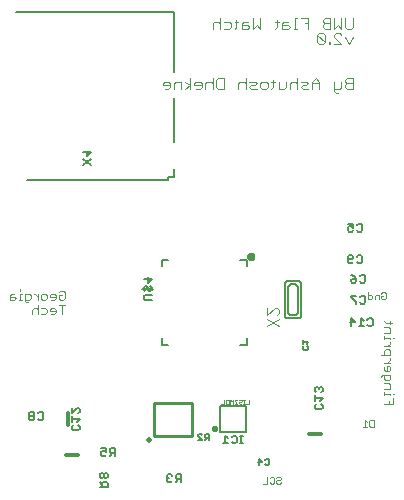
<source format=gbr>
G04 EAGLE Gerber RS-274X export*
G75*
%MOMM*%
%FSLAX34Y34*%
%LPD*%
%INSilkscreen Bottom*%
%IPPOS*%
%AMOC8*
5,1,8,0,0,1.08239X$1,22.5*%
G01*
%ADD10C,0.076200*%
%ADD11C,0.050800*%
%ADD12C,0.406400*%
%ADD13C,0.127000*%
%ADD14C,0.152400*%
%ADD15C,0.304800*%
%ADD16C,0.254000*%
%ADD17C,0.508000*%


D10*
X55664Y158417D02*
X56893Y159645D01*
X59350Y159645D01*
X60579Y158417D01*
X60579Y153502D01*
X59350Y152273D01*
X56893Y152273D01*
X55664Y153502D01*
X55664Y155959D01*
X58122Y155959D01*
X51866Y152273D02*
X49409Y152273D01*
X51866Y152273D02*
X53095Y153502D01*
X53095Y155959D01*
X51866Y157188D01*
X49409Y157188D01*
X48180Y155959D01*
X48180Y154730D01*
X53095Y154730D01*
X44382Y152273D02*
X41925Y152273D01*
X40696Y153502D01*
X40696Y155959D01*
X41925Y157188D01*
X44382Y157188D01*
X45611Y155959D01*
X45611Y153502D01*
X44382Y152273D01*
X38127Y152273D02*
X38127Y157188D01*
X38127Y154730D02*
X35669Y157188D01*
X34440Y157188D01*
X29432Y149816D02*
X28204Y149816D01*
X26975Y151044D01*
X26975Y157188D01*
X30661Y157188D01*
X31890Y155959D01*
X31890Y153502D01*
X30661Y152273D01*
X26975Y152273D01*
X24406Y157188D02*
X23177Y157188D01*
X23177Y152273D01*
X24406Y152273D02*
X21948Y152273D01*
X23177Y159645D02*
X23177Y160874D01*
X18187Y157188D02*
X15730Y157188D01*
X14501Y155959D01*
X14501Y152273D01*
X18187Y152273D01*
X19416Y153502D01*
X18187Y154730D01*
X14501Y154730D01*
X58122Y147453D02*
X58122Y140081D01*
X60579Y147453D02*
X55664Y147453D01*
X51866Y140081D02*
X49409Y140081D01*
X51866Y140081D02*
X53095Y141310D01*
X53095Y143767D01*
X51866Y144996D01*
X49409Y144996D01*
X48180Y143767D01*
X48180Y142538D01*
X53095Y142538D01*
X44382Y144996D02*
X40696Y144996D01*
X44382Y144996D02*
X45611Y143767D01*
X45611Y141310D01*
X44382Y140081D01*
X40696Y140081D01*
X38127Y140081D02*
X38127Y147453D01*
X36898Y144996D02*
X38127Y143767D01*
X36898Y144996D02*
X34440Y144996D01*
X33212Y143767D01*
X33212Y140081D01*
X304419Y330581D02*
X304419Y339987D01*
X299716Y339987D01*
X298148Y338419D01*
X298148Y336852D01*
X299716Y335284D01*
X298148Y333716D01*
X298148Y332149D01*
X299716Y330581D01*
X304419Y330581D01*
X304419Y335284D02*
X299716Y335284D01*
X295064Y336852D02*
X295064Y332149D01*
X293496Y330581D01*
X288793Y330581D01*
X288793Y329013D02*
X288793Y336852D01*
X288793Y329013D02*
X290361Y327446D01*
X291928Y327446D01*
X276353Y330581D02*
X276353Y336852D01*
X273218Y339987D01*
X270083Y336852D01*
X270083Y330581D01*
X270083Y335284D02*
X276353Y335284D01*
X266998Y330581D02*
X262295Y330581D01*
X260728Y332149D01*
X262295Y333716D01*
X265431Y333716D01*
X266998Y335284D01*
X265431Y336852D01*
X260728Y336852D01*
X257643Y339987D02*
X257643Y330581D01*
X257643Y335284D02*
X256075Y336852D01*
X252940Y336852D01*
X251372Y335284D01*
X251372Y330581D01*
X248288Y332149D02*
X248288Y336852D01*
X248288Y332149D02*
X246720Y330581D01*
X242017Y330581D01*
X242017Y336852D01*
X237365Y338419D02*
X237365Y332149D01*
X235797Y330581D01*
X235797Y336852D02*
X238933Y336852D01*
X231128Y330581D02*
X227993Y330581D01*
X226425Y332149D01*
X226425Y335284D01*
X227993Y336852D01*
X231128Y336852D01*
X232696Y335284D01*
X232696Y332149D01*
X231128Y330581D01*
X223341Y330581D02*
X218638Y330581D01*
X217070Y332149D01*
X218638Y333716D01*
X221773Y333716D01*
X223341Y335284D01*
X221773Y336852D01*
X217070Y336852D01*
X213986Y339987D02*
X213986Y330581D01*
X213986Y335284D02*
X212418Y336852D01*
X209283Y336852D01*
X207715Y335284D01*
X207715Y330581D01*
X195275Y330581D02*
X195275Y339987D01*
X195275Y330581D02*
X190572Y330581D01*
X189004Y332149D01*
X189004Y338419D01*
X190572Y339987D01*
X195275Y339987D01*
X185920Y339987D02*
X185920Y330581D01*
X185920Y335284D02*
X184352Y336852D01*
X181217Y336852D01*
X179649Y335284D01*
X179649Y330581D01*
X174997Y330581D02*
X171862Y330581D01*
X174997Y330581D02*
X176565Y332149D01*
X176565Y335284D01*
X174997Y336852D01*
X171862Y336852D01*
X170294Y335284D01*
X170294Y333716D01*
X176565Y333716D01*
X167210Y330581D02*
X167210Y339987D01*
X167210Y333716D02*
X162507Y330581D01*
X167210Y333716D02*
X162507Y336852D01*
X159414Y336852D02*
X159414Y330581D01*
X159414Y336852D02*
X154711Y336852D01*
X153143Y335284D01*
X153143Y330581D01*
X148491Y330581D02*
X145355Y330581D01*
X148491Y330581D02*
X150058Y332149D01*
X150058Y335284D01*
X148491Y336852D01*
X145355Y336852D01*
X143788Y335284D01*
X143788Y333716D01*
X150058Y333716D01*
X331343Y63924D02*
X338715Y63924D01*
X338715Y68839D01*
X335029Y66382D02*
X335029Y63924D01*
X336258Y71408D02*
X336258Y72637D01*
X331343Y72637D01*
X331343Y71408D02*
X331343Y73866D01*
X338715Y72637D02*
X339944Y72637D01*
X336258Y76398D02*
X331343Y76398D01*
X336258Y76398D02*
X336258Y80084D01*
X335029Y81313D01*
X331343Y81313D01*
X328886Y86339D02*
X328886Y87568D01*
X330114Y88797D01*
X336258Y88797D01*
X336258Y85111D01*
X335029Y83882D01*
X332572Y83882D01*
X331343Y85111D01*
X331343Y88797D01*
X331343Y92595D02*
X331343Y95052D01*
X331343Y92595D02*
X332572Y91366D01*
X335029Y91366D01*
X336258Y92595D01*
X336258Y95052D01*
X335029Y96281D01*
X333800Y96281D01*
X333800Y91366D01*
X331343Y98850D02*
X336258Y98850D01*
X333800Y98850D02*
X336258Y101308D01*
X336258Y102536D01*
X336258Y105087D02*
X328886Y105087D01*
X336258Y105087D02*
X336258Y108773D01*
X335029Y110002D01*
X332572Y110002D01*
X331343Y108773D01*
X331343Y105087D01*
X331343Y112571D02*
X336258Y112571D01*
X333800Y112571D02*
X336258Y115029D01*
X336258Y116257D01*
X336258Y118808D02*
X336258Y120037D01*
X331343Y120037D01*
X331343Y121265D02*
X331343Y118808D01*
X338715Y120037D02*
X339944Y120037D01*
X336258Y123797D02*
X331343Y123797D01*
X336258Y123797D02*
X336258Y127484D01*
X335029Y128712D01*
X331343Y128712D01*
X332572Y132510D02*
X337487Y132510D01*
X332572Y132510D02*
X331343Y133739D01*
X336258Y133739D02*
X336258Y131282D01*
D11*
X322326Y50297D02*
X322326Y44704D01*
X319530Y44704D01*
X318598Y45636D01*
X318598Y49365D01*
X319530Y50297D01*
X322326Y50297D01*
X316713Y48433D02*
X314849Y50297D01*
X314849Y44704D01*
X316713Y44704D02*
X312984Y44704D01*
X328758Y157315D02*
X329690Y158247D01*
X331554Y158247D01*
X332486Y157315D01*
X332486Y153586D01*
X331554Y152654D01*
X329690Y152654D01*
X328758Y153586D01*
X328758Y155450D01*
X330622Y155450D01*
X326873Y156383D02*
X326873Y152654D01*
X326873Y156383D02*
X324077Y156383D01*
X323144Y155450D01*
X323144Y152654D01*
X317531Y152654D02*
X317531Y158247D01*
X317531Y152654D02*
X320328Y152654D01*
X321260Y153586D01*
X321260Y155450D01*
X320328Y156383D01*
X317531Y156383D01*
D10*
X304419Y382949D02*
X304419Y390787D01*
X304419Y382949D02*
X302851Y381381D01*
X299716Y381381D01*
X298148Y382949D01*
X298148Y390787D01*
X295064Y390787D02*
X295064Y381381D01*
X291928Y384516D01*
X288793Y381381D01*
X288793Y390787D01*
X285709Y390787D02*
X285709Y381381D01*
X285709Y390787D02*
X281006Y390787D01*
X279438Y389219D01*
X279438Y387652D01*
X281006Y386084D01*
X279438Y384516D01*
X279438Y382949D01*
X281006Y381381D01*
X285709Y381381D01*
X285709Y386084D02*
X281006Y386084D01*
X266998Y381381D02*
X266998Y390787D01*
X260728Y390787D01*
X263863Y386084D02*
X266998Y386084D01*
X257643Y390787D02*
X256075Y390787D01*
X256075Y381381D01*
X254508Y381381D02*
X257643Y381381D01*
X249839Y387652D02*
X246703Y387652D01*
X245136Y386084D01*
X245136Y381381D01*
X249839Y381381D01*
X251406Y382949D01*
X249839Y384516D01*
X245136Y384516D01*
X240483Y382949D02*
X240483Y389219D01*
X240483Y382949D02*
X238916Y381381D01*
X238916Y387652D02*
X242051Y387652D01*
X226459Y390787D02*
X226459Y381381D01*
X223324Y384516D01*
X220188Y381381D01*
X220188Y390787D01*
X215536Y387652D02*
X212401Y387652D01*
X210833Y386084D01*
X210833Y381381D01*
X215536Y381381D01*
X217104Y382949D01*
X215536Y384516D01*
X210833Y384516D01*
X206181Y382949D02*
X206181Y389219D01*
X206181Y382949D02*
X204613Y381381D01*
X204613Y387652D02*
X207749Y387652D01*
X199944Y387652D02*
X195241Y387652D01*
X199944Y387652D02*
X201512Y386084D01*
X201512Y382949D01*
X199944Y381381D01*
X195241Y381381D01*
X192157Y381381D02*
X192157Y390787D01*
X190589Y387652D02*
X192157Y386084D01*
X190589Y387652D02*
X187454Y387652D01*
X185886Y386084D01*
X185886Y381381D01*
X301284Y368681D02*
X304419Y374952D01*
X298148Y374952D02*
X301284Y368681D01*
X295064Y368681D02*
X288793Y368681D01*
X295064Y368681D02*
X288793Y374952D01*
X288793Y376519D01*
X290361Y378087D01*
X293496Y378087D01*
X295064Y376519D01*
X285709Y370249D02*
X285709Y368681D01*
X285709Y370249D02*
X284141Y370249D01*
X284141Y368681D01*
X285709Y368681D01*
X281031Y370249D02*
X281031Y376519D01*
X279463Y378087D01*
X276328Y378087D01*
X274760Y376519D01*
X274760Y370249D01*
X276328Y368681D01*
X279463Y368681D01*
X281031Y370249D01*
X274760Y376519D01*
D11*
X240790Y2037D02*
X239858Y1105D01*
X240790Y2037D02*
X242654Y2037D01*
X243586Y1105D01*
X243586Y173D01*
X242654Y-760D01*
X240790Y-760D01*
X239858Y-1692D01*
X239858Y-2624D01*
X240790Y-3556D01*
X242654Y-3556D01*
X243586Y-2624D01*
X235177Y2037D02*
X234244Y1105D01*
X235177Y2037D02*
X237041Y2037D01*
X237973Y1105D01*
X237973Y-2624D01*
X237041Y-3556D01*
X235177Y-3556D01*
X234244Y-2624D01*
X232360Y-3556D02*
X232360Y2037D01*
X232360Y-3556D02*
X228631Y-3556D01*
D12*
X217120Y188640D02*
X217122Y188711D01*
X217128Y188782D01*
X217138Y188853D01*
X217152Y188923D01*
X217170Y188992D01*
X217191Y189059D01*
X217217Y189126D01*
X217246Y189191D01*
X217278Y189254D01*
X217315Y189316D01*
X217354Y189375D01*
X217397Y189432D01*
X217443Y189486D01*
X217492Y189538D01*
X217544Y189587D01*
X217598Y189633D01*
X217655Y189676D01*
X217714Y189715D01*
X217776Y189752D01*
X217839Y189784D01*
X217904Y189813D01*
X217971Y189839D01*
X218038Y189860D01*
X218107Y189878D01*
X218177Y189892D01*
X218248Y189902D01*
X218319Y189908D01*
X218390Y189910D01*
X218461Y189908D01*
X218532Y189902D01*
X218603Y189892D01*
X218673Y189878D01*
X218742Y189860D01*
X218809Y189839D01*
X218876Y189813D01*
X218941Y189784D01*
X219004Y189752D01*
X219066Y189715D01*
X219125Y189676D01*
X219182Y189633D01*
X219236Y189587D01*
X219288Y189538D01*
X219337Y189486D01*
X219383Y189432D01*
X219426Y189375D01*
X219465Y189316D01*
X219502Y189254D01*
X219534Y189191D01*
X219563Y189126D01*
X219589Y189059D01*
X219610Y188992D01*
X219628Y188923D01*
X219642Y188853D01*
X219652Y188782D01*
X219658Y188711D01*
X219660Y188640D01*
X219658Y188569D01*
X219652Y188498D01*
X219642Y188427D01*
X219628Y188357D01*
X219610Y188288D01*
X219589Y188221D01*
X219563Y188154D01*
X219534Y188089D01*
X219502Y188026D01*
X219465Y187964D01*
X219426Y187905D01*
X219383Y187848D01*
X219337Y187794D01*
X219288Y187742D01*
X219236Y187693D01*
X219182Y187647D01*
X219125Y187604D01*
X219066Y187565D01*
X219004Y187528D01*
X218941Y187496D01*
X218876Y187467D01*
X218809Y187441D01*
X218742Y187420D01*
X218673Y187402D01*
X218603Y187388D01*
X218532Y187378D01*
X218461Y187372D01*
X218390Y187370D01*
X218319Y187372D01*
X218248Y187378D01*
X218177Y187388D01*
X218107Y187402D01*
X218038Y187420D01*
X217971Y187441D01*
X217904Y187467D01*
X217839Y187496D01*
X217776Y187528D01*
X217714Y187565D01*
X217655Y187604D01*
X217598Y187647D01*
X217544Y187693D01*
X217492Y187742D01*
X217443Y187794D01*
X217397Y187848D01*
X217354Y187905D01*
X217315Y187964D01*
X217278Y188026D01*
X217246Y188089D01*
X217217Y188154D01*
X217191Y188221D01*
X217170Y188288D01*
X217152Y188357D01*
X217138Y188427D01*
X217128Y188498D01*
X217122Y188569D01*
X217120Y188640D01*
D13*
X143070Y185860D02*
X143070Y180360D01*
X143070Y185860D02*
X148570Y185860D01*
X143070Y119360D02*
X143070Y113860D01*
X148570Y113860D01*
X209570Y185860D02*
X215070Y185860D01*
X215070Y180360D01*
X215070Y113860D02*
X209570Y113860D01*
X215070Y113860D02*
X215070Y119360D01*
D14*
X134314Y151670D02*
X128806Y151670D01*
X127704Y152771D01*
X127704Y154974D01*
X128806Y156076D01*
X134314Y156076D01*
X128806Y159154D02*
X127704Y160255D01*
X127704Y162459D01*
X128806Y163560D01*
X129907Y163560D01*
X131009Y162459D01*
X131009Y160255D01*
X132110Y159154D01*
X133212Y159154D01*
X134314Y160255D01*
X134314Y162459D01*
X133212Y163560D01*
X135415Y161357D02*
X126602Y161357D01*
X127704Y169943D02*
X134314Y169943D01*
X131009Y166638D01*
X131009Y171044D01*
X308250Y215312D02*
X309352Y216414D01*
X311555Y216414D01*
X312656Y215312D01*
X312656Y210906D01*
X311555Y209804D01*
X309352Y209804D01*
X308250Y210906D01*
X305172Y216414D02*
X300766Y216414D01*
X305172Y216414D02*
X305172Y213109D01*
X302969Y214210D01*
X301867Y214210D01*
X300766Y213109D01*
X300766Y210906D01*
X301867Y209804D01*
X304071Y209804D01*
X305172Y210906D01*
X311892Y173234D02*
X310790Y172132D01*
X311892Y173234D02*
X314095Y173234D01*
X315196Y172132D01*
X315196Y167726D01*
X314095Y166624D01*
X311892Y166624D01*
X310790Y167726D01*
X305509Y172132D02*
X303306Y173234D01*
X305509Y172132D02*
X307712Y169929D01*
X307712Y167726D01*
X306611Y166624D01*
X304407Y166624D01*
X303306Y167726D01*
X303306Y168827D01*
X304407Y169929D01*
X307712Y169929D01*
X311892Y155454D02*
X310790Y154352D01*
X311892Y155454D02*
X314095Y155454D01*
X315196Y154352D01*
X315196Y149946D01*
X314095Y148844D01*
X311892Y148844D01*
X310790Y149946D01*
X307712Y155454D02*
X303306Y155454D01*
X303306Y154352D01*
X307712Y149946D01*
X307712Y148844D01*
D13*
X249828Y168400D02*
X249725Y168398D01*
X249622Y168392D01*
X249519Y168383D01*
X249416Y168370D01*
X249314Y168353D01*
X249213Y168332D01*
X249113Y168308D01*
X249013Y168280D01*
X248915Y168249D01*
X248818Y168213D01*
X248722Y168175D01*
X248628Y168133D01*
X248535Y168087D01*
X248444Y168038D01*
X248355Y167986D01*
X248268Y167931D01*
X248183Y167872D01*
X248100Y167810D01*
X248019Y167746D01*
X247941Y167678D01*
X247865Y167608D01*
X247792Y167535D01*
X247722Y167459D01*
X247654Y167381D01*
X247590Y167300D01*
X247528Y167217D01*
X247469Y167132D01*
X247414Y167045D01*
X247362Y166956D01*
X247313Y166865D01*
X247267Y166772D01*
X247225Y166678D01*
X247187Y166582D01*
X247151Y166485D01*
X247120Y166387D01*
X247092Y166287D01*
X247068Y166187D01*
X247047Y166086D01*
X247030Y165984D01*
X247017Y165881D01*
X247008Y165778D01*
X247002Y165675D01*
X247000Y165572D01*
X247000Y139228D01*
X247002Y139125D01*
X247008Y139022D01*
X247017Y138919D01*
X247030Y138816D01*
X247047Y138714D01*
X247068Y138613D01*
X247092Y138513D01*
X247120Y138413D01*
X247151Y138315D01*
X247187Y138218D01*
X247225Y138122D01*
X247267Y138028D01*
X247313Y137935D01*
X247362Y137844D01*
X247414Y137755D01*
X247469Y137668D01*
X247528Y137583D01*
X247590Y137500D01*
X247654Y137419D01*
X247722Y137341D01*
X247792Y137265D01*
X247865Y137192D01*
X247941Y137122D01*
X248019Y137054D01*
X248100Y136990D01*
X248183Y136928D01*
X248268Y136869D01*
X248355Y136814D01*
X248444Y136762D01*
X248535Y136713D01*
X248628Y136667D01*
X248722Y136625D01*
X248818Y136587D01*
X248915Y136551D01*
X249013Y136520D01*
X249113Y136492D01*
X249213Y136468D01*
X249314Y136447D01*
X249416Y136430D01*
X249519Y136417D01*
X249622Y136408D01*
X249725Y136402D01*
X249828Y136400D01*
X258764Y136400D01*
X258856Y136402D01*
X258949Y136408D01*
X259041Y136417D01*
X259132Y136430D01*
X259223Y136448D01*
X259313Y136468D01*
X259402Y136493D01*
X259490Y136521D01*
X259577Y136553D01*
X259662Y136588D01*
X259746Y136627D01*
X259828Y136669D01*
X259909Y136715D01*
X259987Y136764D01*
X260063Y136816D01*
X260137Y136871D01*
X260209Y136930D01*
X260278Y136991D01*
X260345Y137055D01*
X260409Y137122D01*
X260470Y137191D01*
X260529Y137263D01*
X260584Y137337D01*
X260636Y137413D01*
X260685Y137491D01*
X260731Y137572D01*
X260773Y137654D01*
X260812Y137738D01*
X260847Y137823D01*
X260879Y137910D01*
X260907Y137998D01*
X260932Y138087D01*
X260952Y138177D01*
X260970Y138268D01*
X260983Y138359D01*
X260992Y138451D01*
X260998Y138544D01*
X261000Y138636D01*
X261000Y165238D01*
X260998Y165348D01*
X260992Y165459D01*
X260983Y165569D01*
X260969Y165678D01*
X260952Y165787D01*
X260931Y165895D01*
X260906Y166003D01*
X260878Y166110D01*
X260845Y166215D01*
X260809Y166319D01*
X260770Y166423D01*
X260727Y166524D01*
X260680Y166624D01*
X260630Y166722D01*
X260576Y166819D01*
X260520Y166914D01*
X260459Y167006D01*
X260396Y167097D01*
X260330Y167185D01*
X260260Y167270D01*
X260188Y167354D01*
X260113Y167435D01*
X260035Y167513D01*
X259954Y167588D01*
X259870Y167660D01*
X259785Y167730D01*
X259697Y167796D01*
X259606Y167859D01*
X259514Y167920D01*
X259419Y167976D01*
X259322Y168030D01*
X259224Y168080D01*
X259124Y168127D01*
X259023Y168170D01*
X258919Y168209D01*
X258815Y168245D01*
X258710Y168278D01*
X258603Y168306D01*
X258495Y168331D01*
X258387Y168352D01*
X258278Y168369D01*
X258169Y168383D01*
X258059Y168392D01*
X257948Y168398D01*
X257838Y168400D01*
X249828Y168400D01*
X258000Y162400D02*
X258000Y141400D01*
X258000Y162400D02*
X257998Y162507D01*
X257992Y162614D01*
X257983Y162721D01*
X257969Y162827D01*
X257952Y162933D01*
X257931Y163038D01*
X257907Y163142D01*
X257878Y163245D01*
X257846Y163347D01*
X257811Y163448D01*
X257771Y163548D01*
X257729Y163646D01*
X257682Y163743D01*
X257633Y163838D01*
X257580Y163931D01*
X257523Y164022D01*
X257464Y164111D01*
X257401Y164198D01*
X257336Y164282D01*
X257267Y164364D01*
X257195Y164444D01*
X257121Y164521D01*
X257044Y164595D01*
X256964Y164667D01*
X256882Y164736D01*
X256798Y164801D01*
X256711Y164864D01*
X256622Y164923D01*
X256531Y164980D01*
X256438Y165033D01*
X256343Y165082D01*
X256246Y165129D01*
X256148Y165171D01*
X256048Y165211D01*
X255947Y165246D01*
X255845Y165278D01*
X255742Y165307D01*
X255638Y165331D01*
X255533Y165352D01*
X255427Y165369D01*
X255321Y165383D01*
X255214Y165392D01*
X255107Y165398D01*
X255000Y165400D01*
X253000Y165400D01*
X252893Y165398D01*
X252786Y165392D01*
X252679Y165383D01*
X252573Y165369D01*
X252467Y165352D01*
X252362Y165331D01*
X252258Y165307D01*
X252155Y165278D01*
X252053Y165246D01*
X251952Y165211D01*
X251852Y165172D01*
X251754Y165129D01*
X251657Y165083D01*
X251562Y165033D01*
X251469Y164980D01*
X251378Y164924D01*
X251289Y164864D01*
X251202Y164802D01*
X251118Y164736D01*
X251035Y164667D01*
X250956Y164596D01*
X250879Y164521D01*
X250804Y164444D01*
X250733Y164365D01*
X250664Y164282D01*
X250598Y164198D01*
X250536Y164111D01*
X250476Y164022D01*
X250420Y163931D01*
X250367Y163838D01*
X250317Y163743D01*
X250271Y163646D01*
X250228Y163548D01*
X250189Y163448D01*
X250154Y163347D01*
X250122Y163245D01*
X250093Y163142D01*
X250069Y163038D01*
X250048Y162933D01*
X250031Y162827D01*
X250017Y162721D01*
X250008Y162614D01*
X250002Y162507D01*
X250000Y162400D01*
X250000Y142400D01*
X249982Y142302D01*
X249968Y142202D01*
X249958Y142103D01*
X249952Y142003D01*
X249950Y141903D01*
X249952Y141803D01*
X249958Y141703D01*
X249967Y141603D01*
X249981Y141504D01*
X249998Y141405D01*
X250020Y141307D01*
X250045Y141210D01*
X250074Y141115D01*
X250107Y141020D01*
X250143Y140927D01*
X250183Y140835D01*
X250227Y140745D01*
X250274Y140656D01*
X250324Y140570D01*
X250378Y140486D01*
X250435Y140403D01*
X250496Y140323D01*
X250559Y140246D01*
X250626Y140171D01*
X250695Y140099D01*
X250767Y140029D01*
X250842Y139963D01*
X250919Y139899D01*
X250999Y139839D01*
X251081Y139781D01*
X251165Y139727D01*
X251252Y139676D01*
X251340Y139629D01*
X251430Y139585D01*
X251522Y139545D01*
X251615Y139509D01*
X251709Y139476D01*
X251805Y139446D01*
X251902Y139421D01*
X252000Y139400D01*
X255000Y139400D01*
X255099Y139382D01*
X255198Y139368D01*
X255298Y139358D01*
X255398Y139352D01*
X255498Y139350D01*
X255598Y139352D01*
X255698Y139358D01*
X255797Y139367D01*
X255897Y139381D01*
X255995Y139398D01*
X256093Y139420D01*
X256190Y139445D01*
X256286Y139474D01*
X256381Y139507D01*
X256474Y139543D01*
X256566Y139583D01*
X256656Y139627D01*
X256744Y139674D01*
X256831Y139724D01*
X256915Y139778D01*
X256997Y139835D01*
X257077Y139896D01*
X257155Y139959D01*
X257229Y140026D01*
X257302Y140095D01*
X257371Y140167D01*
X257438Y140242D01*
X257501Y140319D01*
X257562Y140399D01*
X257619Y140481D01*
X257673Y140565D01*
X257724Y140652D01*
X257771Y140740D01*
X257815Y140830D01*
X257855Y140922D01*
X257892Y141015D01*
X257925Y141109D01*
X257954Y141205D01*
X257979Y141302D01*
X258001Y141400D01*
D10*
X241787Y129781D02*
X232381Y136052D01*
X232381Y129781D02*
X241787Y136052D01*
X232381Y139136D02*
X232381Y145407D01*
X232381Y139136D02*
X238652Y145407D01*
X240219Y145407D01*
X241787Y143839D01*
X241787Y140704D01*
X240219Y139136D01*
D15*
X63500Y55880D02*
X63500Y45720D01*
D14*
X39113Y56902D02*
X38012Y55800D01*
X39113Y56902D02*
X41316Y56902D01*
X42418Y55800D01*
X42418Y51394D01*
X41316Y50292D01*
X39113Y50292D01*
X38012Y51394D01*
X34934Y55800D02*
X33832Y56902D01*
X31629Y56902D01*
X30527Y55800D01*
X30527Y54698D01*
X31629Y53597D01*
X30527Y52495D01*
X30527Y51394D01*
X31629Y50292D01*
X33832Y50292D01*
X34934Y51394D01*
X34934Y52495D01*
X33832Y53597D01*
X34934Y54698D01*
X34934Y55800D01*
X33832Y53597D02*
X31629Y53597D01*
X308250Y188642D02*
X309352Y189744D01*
X311555Y189744D01*
X312656Y188642D01*
X312656Y184236D01*
X311555Y183134D01*
X309352Y183134D01*
X308250Y184236D01*
X305172Y184236D02*
X304071Y183134D01*
X301867Y183134D01*
X300766Y184236D01*
X300766Y188642D01*
X301867Y189744D01*
X304071Y189744D01*
X305172Y188642D01*
X305172Y187540D01*
X304071Y186439D01*
X300766Y186439D01*
X318106Y136404D02*
X317004Y135302D01*
X318106Y136404D02*
X320309Y136404D01*
X321410Y135302D01*
X321410Y130896D01*
X320309Y129794D01*
X318106Y129794D01*
X317004Y130896D01*
X313926Y134200D02*
X311723Y136404D01*
X311723Y129794D01*
X313926Y129794D02*
X309520Y129794D01*
X303137Y129794D02*
X303137Y136404D01*
X306442Y133099D01*
X302036Y133099D01*
D15*
X278130Y38100D02*
X267970Y38100D01*
D14*
X279152Y62487D02*
X278050Y63588D01*
X279152Y62487D02*
X279152Y60284D01*
X278050Y59182D01*
X273644Y59182D01*
X272542Y60284D01*
X272542Y62487D01*
X273644Y63588D01*
X276948Y66666D02*
X279152Y68869D01*
X272542Y68869D01*
X272542Y66666D02*
X272542Y71073D01*
X278050Y74150D02*
X279152Y75252D01*
X279152Y77455D01*
X278050Y78557D01*
X276948Y78557D01*
X275847Y77455D01*
X275847Y76354D01*
X275847Y77455D02*
X274745Y78557D01*
X273644Y78557D01*
X272542Y77455D01*
X272542Y75252D01*
X273644Y74150D01*
D13*
X214200Y39800D02*
X192200Y39800D01*
X214200Y39800D02*
X214200Y61800D01*
X192200Y61800D01*
X192200Y39800D01*
D15*
X187200Y42800D02*
X187202Y42863D01*
X187208Y42925D01*
X187218Y42987D01*
X187231Y43049D01*
X187249Y43109D01*
X187270Y43168D01*
X187295Y43226D01*
X187324Y43282D01*
X187356Y43336D01*
X187391Y43388D01*
X187429Y43437D01*
X187471Y43485D01*
X187515Y43529D01*
X187563Y43571D01*
X187612Y43609D01*
X187664Y43644D01*
X187718Y43676D01*
X187774Y43705D01*
X187832Y43730D01*
X187891Y43751D01*
X187951Y43769D01*
X188013Y43782D01*
X188075Y43792D01*
X188137Y43798D01*
X188200Y43800D01*
X188263Y43798D01*
X188325Y43792D01*
X188387Y43782D01*
X188449Y43769D01*
X188509Y43751D01*
X188568Y43730D01*
X188626Y43705D01*
X188682Y43676D01*
X188736Y43644D01*
X188788Y43609D01*
X188837Y43571D01*
X188885Y43529D01*
X188929Y43485D01*
X188971Y43437D01*
X189009Y43388D01*
X189044Y43336D01*
X189076Y43282D01*
X189105Y43226D01*
X189130Y43168D01*
X189151Y43109D01*
X189169Y43049D01*
X189182Y42987D01*
X189192Y42925D01*
X189198Y42863D01*
X189200Y42800D01*
X189198Y42737D01*
X189192Y42675D01*
X189182Y42613D01*
X189169Y42551D01*
X189151Y42491D01*
X189130Y42432D01*
X189105Y42374D01*
X189076Y42318D01*
X189044Y42264D01*
X189009Y42212D01*
X188971Y42163D01*
X188929Y42115D01*
X188885Y42071D01*
X188837Y42029D01*
X188788Y41991D01*
X188736Y41956D01*
X188682Y41924D01*
X188626Y41895D01*
X188568Y41870D01*
X188509Y41849D01*
X188449Y41831D01*
X188387Y41818D01*
X188325Y41808D01*
X188263Y41802D01*
X188200Y41800D01*
X188137Y41802D01*
X188075Y41808D01*
X188013Y41818D01*
X187951Y41831D01*
X187891Y41849D01*
X187832Y41870D01*
X187774Y41895D01*
X187718Y41924D01*
X187664Y41956D01*
X187612Y41991D01*
X187563Y42029D01*
X187515Y42071D01*
X187471Y42115D01*
X187429Y42163D01*
X187391Y42212D01*
X187356Y42264D01*
X187324Y42318D01*
X187295Y42374D01*
X187270Y42432D01*
X187249Y42491D01*
X187231Y42551D01*
X187218Y42613D01*
X187208Y42675D01*
X187202Y42737D01*
X187200Y42800D01*
D14*
X209193Y30434D02*
X211396Y30434D01*
X210294Y30434D02*
X210294Y37044D01*
X209193Y37044D02*
X211396Y37044D01*
X203102Y37044D02*
X202000Y35942D01*
X203102Y37044D02*
X205305Y37044D01*
X206406Y35942D01*
X206406Y31536D01*
X205305Y30434D01*
X203102Y30434D01*
X202000Y31536D01*
X198922Y34840D02*
X196719Y37044D01*
X196719Y30434D01*
X198922Y30434D02*
X194516Y30434D01*
D11*
X216893Y63990D02*
X216893Y67549D01*
X216893Y63990D02*
X214521Y63990D01*
X213151Y63990D02*
X211965Y63990D01*
X212558Y63990D02*
X212558Y67549D01*
X213151Y67549D02*
X211965Y67549D01*
X208877Y67549D02*
X208284Y66956D01*
X208877Y67549D02*
X210063Y67549D01*
X210656Y66956D01*
X210656Y66363D01*
X210063Y65770D01*
X208877Y65770D01*
X208284Y65176D01*
X208284Y64583D01*
X208877Y63990D01*
X210063Y63990D01*
X210656Y64583D01*
X206914Y63990D02*
X204542Y63990D01*
X206914Y63990D02*
X204542Y66363D01*
X204542Y66956D01*
X205135Y67549D01*
X206321Y67549D01*
X206914Y66956D01*
X203172Y67549D02*
X203172Y63990D01*
X201986Y66363D02*
X203172Y67549D01*
X201986Y66363D02*
X200800Y67549D01*
X200800Y63990D01*
X199430Y63990D02*
X199430Y67549D01*
X199430Y63990D02*
X197651Y63990D01*
X197058Y64583D01*
X197058Y66956D01*
X197651Y67549D01*
X199430Y67549D01*
X195688Y67549D02*
X195688Y63990D01*
X193315Y63990D01*
D13*
X266280Y112542D02*
X267085Y111737D01*
X267085Y110127D01*
X266280Y109322D01*
X263060Y109322D01*
X262255Y110127D01*
X262255Y111737D01*
X263060Y112542D01*
X265475Y114935D02*
X267085Y116545D01*
X262255Y116545D01*
X262255Y114935D02*
X262255Y118155D01*
X231163Y17149D02*
X230358Y16344D01*
X231163Y17149D02*
X232773Y17149D01*
X233578Y16344D01*
X233578Y13124D01*
X232773Y12319D01*
X231163Y12319D01*
X230358Y13124D01*
X225550Y12319D02*
X225550Y17149D01*
X227965Y14734D01*
X224745Y14734D01*
D16*
X168650Y37050D02*
X136150Y37050D01*
X168650Y37050D02*
X168650Y64550D01*
X136150Y64550D01*
X136150Y37050D01*
D17*
X132080Y33020D03*
D13*
X182778Y33655D02*
X182778Y38485D01*
X180363Y38485D01*
X179558Y37680D01*
X179558Y36070D01*
X180363Y35265D01*
X182778Y35265D01*
X181168Y35265D02*
X179558Y33655D01*
X177165Y33655D02*
X173945Y33655D01*
X177165Y33655D02*
X173945Y36875D01*
X173945Y37680D01*
X174750Y38485D01*
X176360Y38485D01*
X177165Y37680D01*
D15*
X72390Y20320D02*
X62230Y20320D01*
D14*
X73412Y44707D02*
X72310Y45808D01*
X73412Y44707D02*
X73412Y42504D01*
X72310Y41402D01*
X67904Y41402D01*
X66802Y42504D01*
X66802Y44707D01*
X67904Y45808D01*
X71208Y48886D02*
X73412Y51089D01*
X66802Y51089D01*
X66802Y48886D02*
X66802Y53293D01*
X66802Y56370D02*
X66802Y60777D01*
X71208Y60777D02*
X66802Y56370D01*
X71208Y60777D02*
X72310Y60777D01*
X73412Y59675D01*
X73412Y57472D01*
X72310Y56370D01*
X90424Y-6586D02*
X97034Y-6586D01*
X97034Y-3282D01*
X95932Y-2180D01*
X93729Y-2180D01*
X92627Y-3282D01*
X92627Y-6586D01*
X92627Y-4383D02*
X90424Y-2180D01*
X95932Y898D02*
X97034Y1999D01*
X97034Y4203D01*
X95932Y5304D01*
X94830Y5304D01*
X93729Y4203D01*
X92627Y5304D01*
X91526Y5304D01*
X90424Y4203D01*
X90424Y1999D01*
X91526Y898D01*
X92627Y898D01*
X93729Y1999D01*
X94830Y898D01*
X95932Y898D01*
X93729Y1999D02*
X93729Y4203D01*
X158986Y4324D02*
X158986Y-2286D01*
X158986Y4324D02*
X155682Y4324D01*
X154580Y3222D01*
X154580Y1019D01*
X155682Y-83D01*
X158986Y-83D01*
X156783Y-83D02*
X154580Y-2286D01*
X151502Y3222D02*
X150401Y4324D01*
X148197Y4324D01*
X147096Y3222D01*
X147096Y2120D01*
X148197Y1019D01*
X149299Y1019D01*
X148197Y1019D02*
X147096Y-83D01*
X147096Y-1184D01*
X148197Y-2286D01*
X150401Y-2286D01*
X151502Y-1184D01*
X103378Y19812D02*
X103378Y26422D01*
X100073Y26422D01*
X98972Y25320D01*
X98972Y23117D01*
X100073Y22015D01*
X103378Y22015D01*
X101175Y22015D02*
X98972Y19812D01*
X95894Y26422D02*
X91487Y26422D01*
X95894Y26422D02*
X95894Y23117D01*
X93691Y24218D01*
X92589Y24218D01*
X91487Y23117D01*
X91487Y20914D01*
X92589Y19812D01*
X94792Y19812D01*
X95894Y20914D01*
D13*
X153400Y256000D02*
X153400Y262500D01*
X153400Y256000D02*
X148400Y256000D01*
X148400Y253500D01*
X28900Y253500D01*
X153400Y285500D02*
X153400Y322500D01*
X153400Y345000D02*
X153400Y395500D01*
X19900Y395500D01*
D14*
X76262Y270968D02*
X82872Y266562D01*
X82872Y270968D02*
X76262Y266562D01*
X76262Y277351D02*
X82872Y277351D01*
X79567Y274046D01*
X79567Y278453D01*
M02*

</source>
